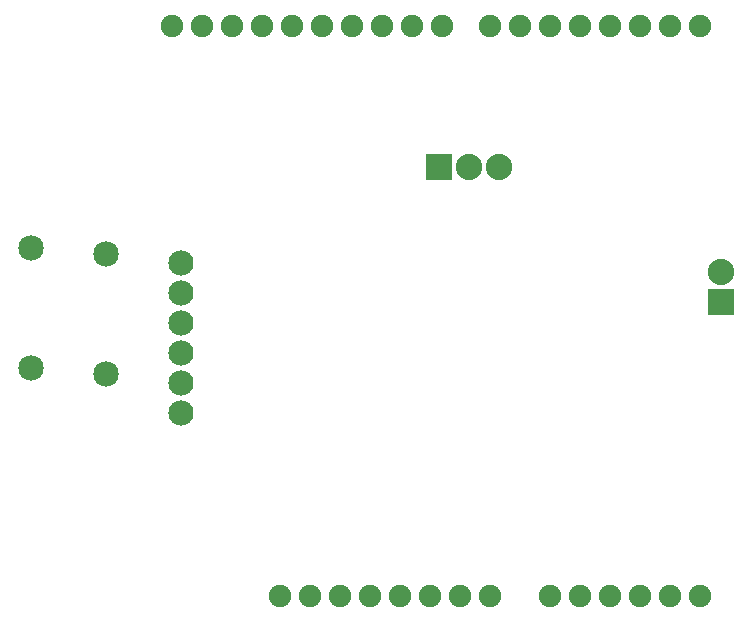
<source format=gbs>
G04 MADE WITH FRITZING*
G04 WWW.FRITZING.ORG*
G04 DOUBLE SIDED*
G04 HOLES PLATED*
G04 CONTOUR ON CENTER OF CONTOUR VECTOR*
%ASAXBY*%
%FSLAX23Y23*%
%MOIN*%
%OFA0B0*%
%SFA1.0B1.0*%
%ADD10C,0.075278*%
%ADD11C,0.084000*%
%ADD12C,0.088000*%
%ADD13C,0.085000*%
%ADD14R,0.088000X0.088000*%
%LNMASK0*%
G90*
G70*
G54D10*
X2132Y222D03*
X2232Y222D03*
X2332Y222D03*
X2432Y222D03*
X2532Y222D03*
X1672Y2122D03*
X1572Y2122D03*
X1472Y2122D03*
X1372Y2122D03*
X1272Y2122D03*
X1172Y2122D03*
X1072Y2122D03*
X972Y2122D03*
X872Y2122D03*
X772Y2122D03*
X2532Y2122D03*
X2432Y2122D03*
X2332Y2122D03*
X2232Y2122D03*
X2132Y2122D03*
X2032Y2122D03*
X1932Y2122D03*
X1832Y2122D03*
X1232Y222D03*
X1132Y222D03*
X1332Y222D03*
X1432Y222D03*
X1532Y222D03*
X1632Y222D03*
X1732Y222D03*
X1832Y222D03*
X2032Y222D03*
G54D11*
X802Y832D03*
X802Y932D03*
X802Y1032D03*
X802Y1132D03*
X802Y1232D03*
X802Y1332D03*
G54D12*
X2602Y1202D03*
X2602Y1302D03*
X1662Y1652D03*
X1762Y1652D03*
X1862Y1652D03*
G54D13*
X302Y1382D03*
X302Y982D03*
X552Y962D03*
X552Y1362D03*
G54D14*
X2602Y1202D03*
X1662Y1652D03*
G04 End of Mask0*
M02*
</source>
